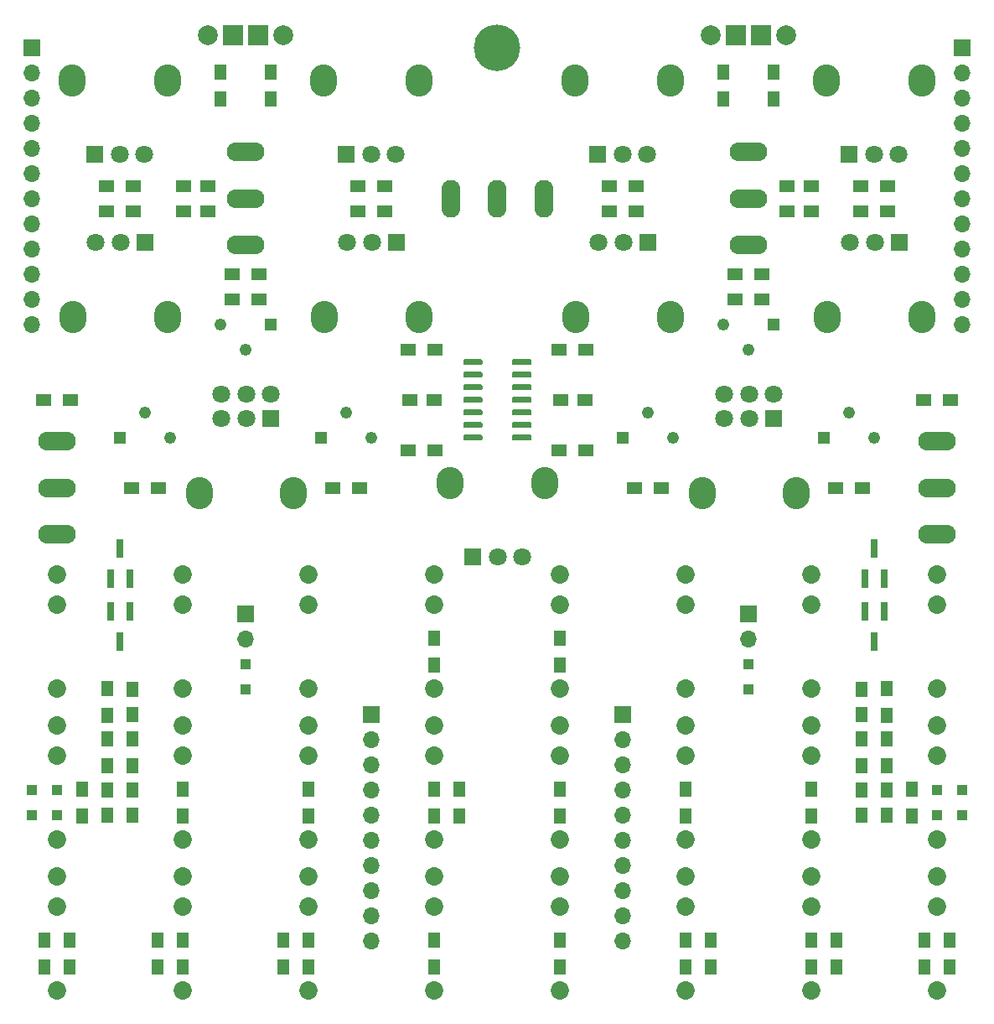
<source format=gbr>
G04 #@! TF.GenerationSoftware,KiCad,Pcbnew,(5.1.5)-3*
G04 #@! TF.CreationDate,2020-05-10T02:07:48-05:00*
G04 #@! TF.ProjectId,Miasma_IO_smd,4d696173-6d61-45f4-994f-5f736d642e6b,rev?*
G04 #@! TF.SameCoordinates,Original*
G04 #@! TF.FileFunction,Soldermask,Bot*
G04 #@! TF.FilePolarity,Negative*
%FSLAX46Y46*%
G04 Gerber Fmt 4.6, Leading zero omitted, Abs format (unit mm)*
G04 Created by KiCad (PCBNEW (5.1.5)-3) date 2020-05-10 02:07:48*
%MOMM*%
%LPD*%
G04 APERTURE LIST*
%ADD10O,3.810000X1.905000*%
%ADD11O,1.905000X3.810000*%
%ADD12R,0.800000X1.900000*%
%ADD13R,1.222000X1.222000*%
%ADD14C,1.222000*%
%ADD15C,1.853200*%
%ADD16C,1.800000*%
%ADD17O,2.720000X3.240000*%
%ADD18R,1.800000X1.800000*%
%ADD19O,1.700000X1.700000*%
%ADD20R,1.700000X1.700000*%
%ADD21R,1.000000X1.000000*%
%ADD22C,0.100000*%
%ADD23R,2.000000X2.000000*%
%ADD24C,2.000000*%
%ADD25C,4.700000*%
%ADD26R,1.500000X1.300000*%
%ADD27R,1.300000X1.500000*%
%ADD28R,1.250000X1.500000*%
%ADD29R,1.500000X1.250000*%
G04 APERTURE END LIST*
D10*
X101600000Y-98170000D03*
X101600000Y-107569000D03*
X101600000Y-102870000D03*
X190500000Y-98170000D03*
X190500000Y-107569000D03*
X190500000Y-102870000D03*
X120650000Y-68960000D03*
X120650000Y-78359000D03*
X120650000Y-73660000D03*
X171450000Y-68960000D03*
X171450000Y-78359000D03*
X171450000Y-73660000D03*
D11*
X150750000Y-73660000D03*
X141351000Y-73660000D03*
X146050000Y-73660000D03*
D12*
X184150000Y-108990000D03*
X183200000Y-111990000D03*
X185100000Y-111990000D03*
X184150000Y-118340000D03*
X185100000Y-115340000D03*
X183200000Y-115340000D03*
X107950000Y-118340000D03*
X108900000Y-115340000D03*
X107000000Y-115340000D03*
X107950000Y-108990000D03*
X107000000Y-111990000D03*
X108900000Y-111990000D03*
D13*
X173990000Y-86360000D03*
D14*
X171450000Y-88900000D03*
X168910000Y-86360000D03*
D13*
X123190000Y-86360000D03*
D14*
X120650000Y-88900000D03*
X118110000Y-86360000D03*
D13*
X158750000Y-97790000D03*
D14*
X161290000Y-95250000D03*
X163830000Y-97790000D03*
D13*
X107950000Y-97790000D03*
D14*
X110490000Y-95250000D03*
X113030000Y-97790000D03*
D13*
X179070000Y-97790000D03*
D14*
X181610000Y-95250000D03*
X184150000Y-97790000D03*
D13*
X128270000Y-97790000D03*
D14*
X130810000Y-95250000D03*
X133350000Y-97790000D03*
D15*
X190500000Y-126850000D03*
X190500000Y-129850000D03*
X190500000Y-138350000D03*
X101600000Y-126850000D03*
X101600000Y-129850000D03*
X101600000Y-138350000D03*
X165100000Y-111610000D03*
X165100000Y-114610000D03*
X165100000Y-123110000D03*
X114300000Y-111610000D03*
X114300000Y-114610000D03*
X114300000Y-123110000D03*
X165100000Y-142090000D03*
X165100000Y-145090000D03*
X165100000Y-153590000D03*
X114300000Y-142090000D03*
X114300000Y-145090000D03*
X114300000Y-153590000D03*
X152400000Y-142090000D03*
X152400000Y-145090000D03*
X152400000Y-153590000D03*
X139700000Y-142090000D03*
X139700000Y-145090000D03*
X139700000Y-153590000D03*
X139700000Y-111610000D03*
X139700000Y-114610000D03*
X139700000Y-123110000D03*
X152400000Y-111610000D03*
X152400000Y-114610000D03*
X152400000Y-123110000D03*
X139700000Y-126850000D03*
X139700000Y-129850000D03*
X139700000Y-138350000D03*
X177800000Y-126850000D03*
X177800000Y-129850000D03*
X177800000Y-138350000D03*
X114300000Y-126850000D03*
X114300000Y-129850000D03*
X114300000Y-138350000D03*
X177800000Y-111610000D03*
X177800000Y-114610000D03*
X177800000Y-123110000D03*
X127000000Y-111610000D03*
X127000000Y-114610000D03*
X127000000Y-123110000D03*
X177800000Y-142090000D03*
X177800000Y-145090000D03*
X177800000Y-153590000D03*
X127000000Y-142090000D03*
X127000000Y-145090000D03*
X127000000Y-153590000D03*
X190500000Y-111610000D03*
X190500000Y-114610000D03*
X190500000Y-123110000D03*
X101600000Y-111610000D03*
X101600000Y-114610000D03*
X101600000Y-123110000D03*
X190500000Y-142090000D03*
X190500000Y-145090000D03*
X190500000Y-153590000D03*
X101600000Y-142090000D03*
X101600000Y-145090000D03*
X101600000Y-153590000D03*
X165100000Y-126850000D03*
X165100000Y-129850000D03*
X165100000Y-138350000D03*
X127000000Y-126850000D03*
X127000000Y-129850000D03*
X127000000Y-138350000D03*
X152400000Y-126850000D03*
X152400000Y-129850000D03*
X152400000Y-138350000D03*
D16*
X173990000Y-93385000D03*
X171490000Y-93385000D03*
X168990000Y-93385000D03*
D17*
X176240000Y-103385000D03*
X166740000Y-103385000D03*
D16*
X168990000Y-95885000D03*
X171490000Y-95885000D03*
D18*
X173990000Y-95885000D03*
D16*
X123190000Y-93385000D03*
X120690000Y-93385000D03*
X118190000Y-93385000D03*
D17*
X125440000Y-103385000D03*
X115940000Y-103385000D03*
D16*
X118190000Y-95885000D03*
X120690000Y-95885000D03*
D18*
X123190000Y-95885000D03*
D17*
X153910000Y-61715000D03*
X163510000Y-61715000D03*
D16*
X161210000Y-69215000D03*
X158710000Y-69215000D03*
D18*
X156210000Y-69215000D03*
D17*
X103110000Y-61715000D03*
X112710000Y-61715000D03*
D16*
X110410000Y-69215000D03*
X107910000Y-69215000D03*
D18*
X105410000Y-69215000D03*
D17*
X163590000Y-85605000D03*
X153990000Y-85605000D03*
D16*
X156290000Y-78105000D03*
X158790000Y-78105000D03*
D18*
X161290000Y-78105000D03*
D17*
X112790000Y-85605000D03*
X103190000Y-85605000D03*
D16*
X105490000Y-78105000D03*
X107990000Y-78105000D03*
D18*
X110490000Y-78105000D03*
D17*
X179310000Y-61715000D03*
X188910000Y-61715000D03*
D16*
X186610000Y-69215000D03*
X184110000Y-69215000D03*
D18*
X181610000Y-69215000D03*
D17*
X128510000Y-61715000D03*
X138110000Y-61715000D03*
D16*
X135810000Y-69215000D03*
X133310000Y-69215000D03*
D18*
X130810000Y-69215000D03*
D17*
X188990000Y-85605000D03*
X179390000Y-85605000D03*
D16*
X181690000Y-78105000D03*
X184190000Y-78105000D03*
D18*
X186690000Y-78105000D03*
D17*
X138190000Y-85605000D03*
X128590000Y-85605000D03*
D16*
X130890000Y-78105000D03*
X133390000Y-78105000D03*
D18*
X135890000Y-78105000D03*
D17*
X141290000Y-102355000D03*
X150890000Y-102355000D03*
D16*
X148590000Y-109855000D03*
X146090000Y-109855000D03*
D18*
X143590000Y-109855000D03*
D19*
X171450000Y-118110000D03*
D20*
X171450000Y-115570000D03*
D19*
X120650000Y-118110000D03*
D20*
X120650000Y-115570000D03*
D21*
X171450000Y-123170000D03*
X171450000Y-120670000D03*
X120650000Y-123170000D03*
X120650000Y-120670000D03*
D22*
G36*
X149364703Y-97490722D02*
G01*
X149379264Y-97492882D01*
X149393543Y-97496459D01*
X149407403Y-97501418D01*
X149420710Y-97507712D01*
X149433336Y-97515280D01*
X149445159Y-97524048D01*
X149456066Y-97533934D01*
X149465952Y-97544841D01*
X149474720Y-97556664D01*
X149482288Y-97569290D01*
X149488582Y-97582597D01*
X149493541Y-97596457D01*
X149497118Y-97610736D01*
X149499278Y-97625297D01*
X149500000Y-97640000D01*
X149500000Y-97940000D01*
X149499278Y-97954703D01*
X149497118Y-97969264D01*
X149493541Y-97983543D01*
X149488582Y-97997403D01*
X149482288Y-98010710D01*
X149474720Y-98023336D01*
X149465952Y-98035159D01*
X149456066Y-98046066D01*
X149445159Y-98055952D01*
X149433336Y-98064720D01*
X149420710Y-98072288D01*
X149407403Y-98078582D01*
X149393543Y-98083541D01*
X149379264Y-98087118D01*
X149364703Y-98089278D01*
X149350000Y-98090000D01*
X147700000Y-98090000D01*
X147685297Y-98089278D01*
X147670736Y-98087118D01*
X147656457Y-98083541D01*
X147642597Y-98078582D01*
X147629290Y-98072288D01*
X147616664Y-98064720D01*
X147604841Y-98055952D01*
X147593934Y-98046066D01*
X147584048Y-98035159D01*
X147575280Y-98023336D01*
X147567712Y-98010710D01*
X147561418Y-97997403D01*
X147556459Y-97983543D01*
X147552882Y-97969264D01*
X147550722Y-97954703D01*
X147550000Y-97940000D01*
X147550000Y-97640000D01*
X147550722Y-97625297D01*
X147552882Y-97610736D01*
X147556459Y-97596457D01*
X147561418Y-97582597D01*
X147567712Y-97569290D01*
X147575280Y-97556664D01*
X147584048Y-97544841D01*
X147593934Y-97533934D01*
X147604841Y-97524048D01*
X147616664Y-97515280D01*
X147629290Y-97507712D01*
X147642597Y-97501418D01*
X147656457Y-97496459D01*
X147670736Y-97492882D01*
X147685297Y-97490722D01*
X147700000Y-97490000D01*
X149350000Y-97490000D01*
X149364703Y-97490722D01*
G37*
G36*
X149364703Y-96220722D02*
G01*
X149379264Y-96222882D01*
X149393543Y-96226459D01*
X149407403Y-96231418D01*
X149420710Y-96237712D01*
X149433336Y-96245280D01*
X149445159Y-96254048D01*
X149456066Y-96263934D01*
X149465952Y-96274841D01*
X149474720Y-96286664D01*
X149482288Y-96299290D01*
X149488582Y-96312597D01*
X149493541Y-96326457D01*
X149497118Y-96340736D01*
X149499278Y-96355297D01*
X149500000Y-96370000D01*
X149500000Y-96670000D01*
X149499278Y-96684703D01*
X149497118Y-96699264D01*
X149493541Y-96713543D01*
X149488582Y-96727403D01*
X149482288Y-96740710D01*
X149474720Y-96753336D01*
X149465952Y-96765159D01*
X149456066Y-96776066D01*
X149445159Y-96785952D01*
X149433336Y-96794720D01*
X149420710Y-96802288D01*
X149407403Y-96808582D01*
X149393543Y-96813541D01*
X149379264Y-96817118D01*
X149364703Y-96819278D01*
X149350000Y-96820000D01*
X147700000Y-96820000D01*
X147685297Y-96819278D01*
X147670736Y-96817118D01*
X147656457Y-96813541D01*
X147642597Y-96808582D01*
X147629290Y-96802288D01*
X147616664Y-96794720D01*
X147604841Y-96785952D01*
X147593934Y-96776066D01*
X147584048Y-96765159D01*
X147575280Y-96753336D01*
X147567712Y-96740710D01*
X147561418Y-96727403D01*
X147556459Y-96713543D01*
X147552882Y-96699264D01*
X147550722Y-96684703D01*
X147550000Y-96670000D01*
X147550000Y-96370000D01*
X147550722Y-96355297D01*
X147552882Y-96340736D01*
X147556459Y-96326457D01*
X147561418Y-96312597D01*
X147567712Y-96299290D01*
X147575280Y-96286664D01*
X147584048Y-96274841D01*
X147593934Y-96263934D01*
X147604841Y-96254048D01*
X147616664Y-96245280D01*
X147629290Y-96237712D01*
X147642597Y-96231418D01*
X147656457Y-96226459D01*
X147670736Y-96222882D01*
X147685297Y-96220722D01*
X147700000Y-96220000D01*
X149350000Y-96220000D01*
X149364703Y-96220722D01*
G37*
G36*
X149364703Y-94950722D02*
G01*
X149379264Y-94952882D01*
X149393543Y-94956459D01*
X149407403Y-94961418D01*
X149420710Y-94967712D01*
X149433336Y-94975280D01*
X149445159Y-94984048D01*
X149456066Y-94993934D01*
X149465952Y-95004841D01*
X149474720Y-95016664D01*
X149482288Y-95029290D01*
X149488582Y-95042597D01*
X149493541Y-95056457D01*
X149497118Y-95070736D01*
X149499278Y-95085297D01*
X149500000Y-95100000D01*
X149500000Y-95400000D01*
X149499278Y-95414703D01*
X149497118Y-95429264D01*
X149493541Y-95443543D01*
X149488582Y-95457403D01*
X149482288Y-95470710D01*
X149474720Y-95483336D01*
X149465952Y-95495159D01*
X149456066Y-95506066D01*
X149445159Y-95515952D01*
X149433336Y-95524720D01*
X149420710Y-95532288D01*
X149407403Y-95538582D01*
X149393543Y-95543541D01*
X149379264Y-95547118D01*
X149364703Y-95549278D01*
X149350000Y-95550000D01*
X147700000Y-95550000D01*
X147685297Y-95549278D01*
X147670736Y-95547118D01*
X147656457Y-95543541D01*
X147642597Y-95538582D01*
X147629290Y-95532288D01*
X147616664Y-95524720D01*
X147604841Y-95515952D01*
X147593934Y-95506066D01*
X147584048Y-95495159D01*
X147575280Y-95483336D01*
X147567712Y-95470710D01*
X147561418Y-95457403D01*
X147556459Y-95443543D01*
X147552882Y-95429264D01*
X147550722Y-95414703D01*
X147550000Y-95400000D01*
X147550000Y-95100000D01*
X147550722Y-95085297D01*
X147552882Y-95070736D01*
X147556459Y-95056457D01*
X147561418Y-95042597D01*
X147567712Y-95029290D01*
X147575280Y-95016664D01*
X147584048Y-95004841D01*
X147593934Y-94993934D01*
X147604841Y-94984048D01*
X147616664Y-94975280D01*
X147629290Y-94967712D01*
X147642597Y-94961418D01*
X147656457Y-94956459D01*
X147670736Y-94952882D01*
X147685297Y-94950722D01*
X147700000Y-94950000D01*
X149350000Y-94950000D01*
X149364703Y-94950722D01*
G37*
G36*
X149364703Y-93680722D02*
G01*
X149379264Y-93682882D01*
X149393543Y-93686459D01*
X149407403Y-93691418D01*
X149420710Y-93697712D01*
X149433336Y-93705280D01*
X149445159Y-93714048D01*
X149456066Y-93723934D01*
X149465952Y-93734841D01*
X149474720Y-93746664D01*
X149482288Y-93759290D01*
X149488582Y-93772597D01*
X149493541Y-93786457D01*
X149497118Y-93800736D01*
X149499278Y-93815297D01*
X149500000Y-93830000D01*
X149500000Y-94130000D01*
X149499278Y-94144703D01*
X149497118Y-94159264D01*
X149493541Y-94173543D01*
X149488582Y-94187403D01*
X149482288Y-94200710D01*
X149474720Y-94213336D01*
X149465952Y-94225159D01*
X149456066Y-94236066D01*
X149445159Y-94245952D01*
X149433336Y-94254720D01*
X149420710Y-94262288D01*
X149407403Y-94268582D01*
X149393543Y-94273541D01*
X149379264Y-94277118D01*
X149364703Y-94279278D01*
X149350000Y-94280000D01*
X147700000Y-94280000D01*
X147685297Y-94279278D01*
X147670736Y-94277118D01*
X147656457Y-94273541D01*
X147642597Y-94268582D01*
X147629290Y-94262288D01*
X147616664Y-94254720D01*
X147604841Y-94245952D01*
X147593934Y-94236066D01*
X147584048Y-94225159D01*
X147575280Y-94213336D01*
X147567712Y-94200710D01*
X147561418Y-94187403D01*
X147556459Y-94173543D01*
X147552882Y-94159264D01*
X147550722Y-94144703D01*
X147550000Y-94130000D01*
X147550000Y-93830000D01*
X147550722Y-93815297D01*
X147552882Y-93800736D01*
X147556459Y-93786457D01*
X147561418Y-93772597D01*
X147567712Y-93759290D01*
X147575280Y-93746664D01*
X147584048Y-93734841D01*
X147593934Y-93723934D01*
X147604841Y-93714048D01*
X147616664Y-93705280D01*
X147629290Y-93697712D01*
X147642597Y-93691418D01*
X147656457Y-93686459D01*
X147670736Y-93682882D01*
X147685297Y-93680722D01*
X147700000Y-93680000D01*
X149350000Y-93680000D01*
X149364703Y-93680722D01*
G37*
G36*
X149364703Y-92410722D02*
G01*
X149379264Y-92412882D01*
X149393543Y-92416459D01*
X149407403Y-92421418D01*
X149420710Y-92427712D01*
X149433336Y-92435280D01*
X149445159Y-92444048D01*
X149456066Y-92453934D01*
X149465952Y-92464841D01*
X149474720Y-92476664D01*
X149482288Y-92489290D01*
X149488582Y-92502597D01*
X149493541Y-92516457D01*
X149497118Y-92530736D01*
X149499278Y-92545297D01*
X149500000Y-92560000D01*
X149500000Y-92860000D01*
X149499278Y-92874703D01*
X149497118Y-92889264D01*
X149493541Y-92903543D01*
X149488582Y-92917403D01*
X149482288Y-92930710D01*
X149474720Y-92943336D01*
X149465952Y-92955159D01*
X149456066Y-92966066D01*
X149445159Y-92975952D01*
X149433336Y-92984720D01*
X149420710Y-92992288D01*
X149407403Y-92998582D01*
X149393543Y-93003541D01*
X149379264Y-93007118D01*
X149364703Y-93009278D01*
X149350000Y-93010000D01*
X147700000Y-93010000D01*
X147685297Y-93009278D01*
X147670736Y-93007118D01*
X147656457Y-93003541D01*
X147642597Y-92998582D01*
X147629290Y-92992288D01*
X147616664Y-92984720D01*
X147604841Y-92975952D01*
X147593934Y-92966066D01*
X147584048Y-92955159D01*
X147575280Y-92943336D01*
X147567712Y-92930710D01*
X147561418Y-92917403D01*
X147556459Y-92903543D01*
X147552882Y-92889264D01*
X147550722Y-92874703D01*
X147550000Y-92860000D01*
X147550000Y-92560000D01*
X147550722Y-92545297D01*
X147552882Y-92530736D01*
X147556459Y-92516457D01*
X147561418Y-92502597D01*
X147567712Y-92489290D01*
X147575280Y-92476664D01*
X147584048Y-92464841D01*
X147593934Y-92453934D01*
X147604841Y-92444048D01*
X147616664Y-92435280D01*
X147629290Y-92427712D01*
X147642597Y-92421418D01*
X147656457Y-92416459D01*
X147670736Y-92412882D01*
X147685297Y-92410722D01*
X147700000Y-92410000D01*
X149350000Y-92410000D01*
X149364703Y-92410722D01*
G37*
G36*
X149364703Y-91140722D02*
G01*
X149379264Y-91142882D01*
X149393543Y-91146459D01*
X149407403Y-91151418D01*
X149420710Y-91157712D01*
X149433336Y-91165280D01*
X149445159Y-91174048D01*
X149456066Y-91183934D01*
X149465952Y-91194841D01*
X149474720Y-91206664D01*
X149482288Y-91219290D01*
X149488582Y-91232597D01*
X149493541Y-91246457D01*
X149497118Y-91260736D01*
X149499278Y-91275297D01*
X149500000Y-91290000D01*
X149500000Y-91590000D01*
X149499278Y-91604703D01*
X149497118Y-91619264D01*
X149493541Y-91633543D01*
X149488582Y-91647403D01*
X149482288Y-91660710D01*
X149474720Y-91673336D01*
X149465952Y-91685159D01*
X149456066Y-91696066D01*
X149445159Y-91705952D01*
X149433336Y-91714720D01*
X149420710Y-91722288D01*
X149407403Y-91728582D01*
X149393543Y-91733541D01*
X149379264Y-91737118D01*
X149364703Y-91739278D01*
X149350000Y-91740000D01*
X147700000Y-91740000D01*
X147685297Y-91739278D01*
X147670736Y-91737118D01*
X147656457Y-91733541D01*
X147642597Y-91728582D01*
X147629290Y-91722288D01*
X147616664Y-91714720D01*
X147604841Y-91705952D01*
X147593934Y-91696066D01*
X147584048Y-91685159D01*
X147575280Y-91673336D01*
X147567712Y-91660710D01*
X147561418Y-91647403D01*
X147556459Y-91633543D01*
X147552882Y-91619264D01*
X147550722Y-91604703D01*
X147550000Y-91590000D01*
X147550000Y-91290000D01*
X147550722Y-91275297D01*
X147552882Y-91260736D01*
X147556459Y-91246457D01*
X147561418Y-91232597D01*
X147567712Y-91219290D01*
X147575280Y-91206664D01*
X147584048Y-91194841D01*
X147593934Y-91183934D01*
X147604841Y-91174048D01*
X147616664Y-91165280D01*
X147629290Y-91157712D01*
X147642597Y-91151418D01*
X147656457Y-91146459D01*
X147670736Y-91142882D01*
X147685297Y-91140722D01*
X147700000Y-91140000D01*
X149350000Y-91140000D01*
X149364703Y-91140722D01*
G37*
G36*
X149364703Y-89870722D02*
G01*
X149379264Y-89872882D01*
X149393543Y-89876459D01*
X149407403Y-89881418D01*
X149420710Y-89887712D01*
X149433336Y-89895280D01*
X149445159Y-89904048D01*
X149456066Y-89913934D01*
X149465952Y-89924841D01*
X149474720Y-89936664D01*
X149482288Y-89949290D01*
X149488582Y-89962597D01*
X149493541Y-89976457D01*
X149497118Y-89990736D01*
X149499278Y-90005297D01*
X149500000Y-90020000D01*
X149500000Y-90320000D01*
X149499278Y-90334703D01*
X149497118Y-90349264D01*
X149493541Y-90363543D01*
X149488582Y-90377403D01*
X149482288Y-90390710D01*
X149474720Y-90403336D01*
X149465952Y-90415159D01*
X149456066Y-90426066D01*
X149445159Y-90435952D01*
X149433336Y-90444720D01*
X149420710Y-90452288D01*
X149407403Y-90458582D01*
X149393543Y-90463541D01*
X149379264Y-90467118D01*
X149364703Y-90469278D01*
X149350000Y-90470000D01*
X147700000Y-90470000D01*
X147685297Y-90469278D01*
X147670736Y-90467118D01*
X147656457Y-90463541D01*
X147642597Y-90458582D01*
X147629290Y-90452288D01*
X147616664Y-90444720D01*
X147604841Y-90435952D01*
X147593934Y-90426066D01*
X147584048Y-90415159D01*
X147575280Y-90403336D01*
X147567712Y-90390710D01*
X147561418Y-90377403D01*
X147556459Y-90363543D01*
X147552882Y-90349264D01*
X147550722Y-90334703D01*
X147550000Y-90320000D01*
X147550000Y-90020000D01*
X147550722Y-90005297D01*
X147552882Y-89990736D01*
X147556459Y-89976457D01*
X147561418Y-89962597D01*
X147567712Y-89949290D01*
X147575280Y-89936664D01*
X147584048Y-89924841D01*
X147593934Y-89913934D01*
X147604841Y-89904048D01*
X147616664Y-89895280D01*
X147629290Y-89887712D01*
X147642597Y-89881418D01*
X147656457Y-89876459D01*
X147670736Y-89872882D01*
X147685297Y-89870722D01*
X147700000Y-89870000D01*
X149350000Y-89870000D01*
X149364703Y-89870722D01*
G37*
G36*
X144414703Y-89870722D02*
G01*
X144429264Y-89872882D01*
X144443543Y-89876459D01*
X144457403Y-89881418D01*
X144470710Y-89887712D01*
X144483336Y-89895280D01*
X144495159Y-89904048D01*
X144506066Y-89913934D01*
X144515952Y-89924841D01*
X144524720Y-89936664D01*
X144532288Y-89949290D01*
X144538582Y-89962597D01*
X144543541Y-89976457D01*
X144547118Y-89990736D01*
X144549278Y-90005297D01*
X144550000Y-90020000D01*
X144550000Y-90320000D01*
X144549278Y-90334703D01*
X144547118Y-90349264D01*
X144543541Y-90363543D01*
X144538582Y-90377403D01*
X144532288Y-90390710D01*
X144524720Y-90403336D01*
X144515952Y-90415159D01*
X144506066Y-90426066D01*
X144495159Y-90435952D01*
X144483336Y-90444720D01*
X144470710Y-90452288D01*
X144457403Y-90458582D01*
X144443543Y-90463541D01*
X144429264Y-90467118D01*
X144414703Y-90469278D01*
X144400000Y-90470000D01*
X142750000Y-90470000D01*
X142735297Y-90469278D01*
X142720736Y-90467118D01*
X142706457Y-90463541D01*
X142692597Y-90458582D01*
X142679290Y-90452288D01*
X142666664Y-90444720D01*
X142654841Y-90435952D01*
X142643934Y-90426066D01*
X142634048Y-90415159D01*
X142625280Y-90403336D01*
X142617712Y-90390710D01*
X142611418Y-90377403D01*
X142606459Y-90363543D01*
X142602882Y-90349264D01*
X142600722Y-90334703D01*
X142600000Y-90320000D01*
X142600000Y-90020000D01*
X142600722Y-90005297D01*
X142602882Y-89990736D01*
X142606459Y-89976457D01*
X142611418Y-89962597D01*
X142617712Y-89949290D01*
X142625280Y-89936664D01*
X142634048Y-89924841D01*
X142643934Y-89913934D01*
X142654841Y-89904048D01*
X142666664Y-89895280D01*
X142679290Y-89887712D01*
X142692597Y-89881418D01*
X142706457Y-89876459D01*
X142720736Y-89872882D01*
X142735297Y-89870722D01*
X142750000Y-89870000D01*
X144400000Y-89870000D01*
X144414703Y-89870722D01*
G37*
G36*
X144414703Y-91140722D02*
G01*
X144429264Y-91142882D01*
X144443543Y-91146459D01*
X144457403Y-91151418D01*
X144470710Y-91157712D01*
X144483336Y-91165280D01*
X144495159Y-91174048D01*
X144506066Y-91183934D01*
X144515952Y-91194841D01*
X144524720Y-91206664D01*
X144532288Y-91219290D01*
X144538582Y-91232597D01*
X144543541Y-91246457D01*
X144547118Y-91260736D01*
X144549278Y-91275297D01*
X144550000Y-91290000D01*
X144550000Y-91590000D01*
X144549278Y-91604703D01*
X144547118Y-91619264D01*
X144543541Y-91633543D01*
X144538582Y-91647403D01*
X144532288Y-91660710D01*
X144524720Y-91673336D01*
X144515952Y-91685159D01*
X144506066Y-91696066D01*
X144495159Y-91705952D01*
X144483336Y-91714720D01*
X144470710Y-91722288D01*
X144457403Y-91728582D01*
X144443543Y-91733541D01*
X144429264Y-91737118D01*
X144414703Y-91739278D01*
X144400000Y-91740000D01*
X142750000Y-91740000D01*
X142735297Y-91739278D01*
X142720736Y-91737118D01*
X142706457Y-91733541D01*
X142692597Y-91728582D01*
X142679290Y-91722288D01*
X142666664Y-91714720D01*
X142654841Y-91705952D01*
X142643934Y-91696066D01*
X142634048Y-91685159D01*
X142625280Y-91673336D01*
X142617712Y-91660710D01*
X142611418Y-91647403D01*
X142606459Y-91633543D01*
X142602882Y-91619264D01*
X142600722Y-91604703D01*
X142600000Y-91590000D01*
X142600000Y-91290000D01*
X142600722Y-91275297D01*
X142602882Y-91260736D01*
X142606459Y-91246457D01*
X142611418Y-91232597D01*
X142617712Y-91219290D01*
X142625280Y-91206664D01*
X142634048Y-91194841D01*
X142643934Y-91183934D01*
X142654841Y-91174048D01*
X142666664Y-91165280D01*
X142679290Y-91157712D01*
X142692597Y-91151418D01*
X142706457Y-91146459D01*
X142720736Y-91142882D01*
X142735297Y-91140722D01*
X142750000Y-91140000D01*
X144400000Y-91140000D01*
X144414703Y-91140722D01*
G37*
G36*
X144414703Y-92410722D02*
G01*
X144429264Y-92412882D01*
X144443543Y-92416459D01*
X144457403Y-92421418D01*
X144470710Y-92427712D01*
X144483336Y-92435280D01*
X144495159Y-92444048D01*
X144506066Y-92453934D01*
X144515952Y-92464841D01*
X144524720Y-92476664D01*
X144532288Y-92489290D01*
X144538582Y-92502597D01*
X144543541Y-92516457D01*
X144547118Y-92530736D01*
X144549278Y-92545297D01*
X144550000Y-92560000D01*
X144550000Y-92860000D01*
X144549278Y-92874703D01*
X144547118Y-92889264D01*
X144543541Y-92903543D01*
X144538582Y-92917403D01*
X144532288Y-92930710D01*
X144524720Y-92943336D01*
X144515952Y-92955159D01*
X144506066Y-92966066D01*
X144495159Y-92975952D01*
X144483336Y-92984720D01*
X144470710Y-92992288D01*
X144457403Y-92998582D01*
X144443543Y-93003541D01*
X144429264Y-93007118D01*
X144414703Y-93009278D01*
X144400000Y-93010000D01*
X142750000Y-93010000D01*
X142735297Y-93009278D01*
X142720736Y-93007118D01*
X142706457Y-93003541D01*
X142692597Y-92998582D01*
X142679290Y-92992288D01*
X142666664Y-92984720D01*
X142654841Y-92975952D01*
X142643934Y-92966066D01*
X142634048Y-92955159D01*
X142625280Y-92943336D01*
X142617712Y-92930710D01*
X142611418Y-92917403D01*
X142606459Y-92903543D01*
X142602882Y-92889264D01*
X142600722Y-92874703D01*
X142600000Y-92860000D01*
X142600000Y-92560000D01*
X142600722Y-92545297D01*
X142602882Y-92530736D01*
X142606459Y-92516457D01*
X142611418Y-92502597D01*
X142617712Y-92489290D01*
X142625280Y-92476664D01*
X142634048Y-92464841D01*
X142643934Y-92453934D01*
X142654841Y-92444048D01*
X142666664Y-92435280D01*
X142679290Y-92427712D01*
X142692597Y-92421418D01*
X142706457Y-92416459D01*
X142720736Y-92412882D01*
X142735297Y-92410722D01*
X142750000Y-92410000D01*
X144400000Y-92410000D01*
X144414703Y-92410722D01*
G37*
G36*
X144414703Y-93680722D02*
G01*
X144429264Y-93682882D01*
X144443543Y-93686459D01*
X144457403Y-93691418D01*
X144470710Y-93697712D01*
X144483336Y-93705280D01*
X144495159Y-93714048D01*
X144506066Y-93723934D01*
X144515952Y-93734841D01*
X144524720Y-93746664D01*
X144532288Y-93759290D01*
X144538582Y-93772597D01*
X144543541Y-93786457D01*
X144547118Y-93800736D01*
X144549278Y-93815297D01*
X144550000Y-93830000D01*
X144550000Y-94130000D01*
X144549278Y-94144703D01*
X144547118Y-94159264D01*
X144543541Y-94173543D01*
X144538582Y-94187403D01*
X144532288Y-94200710D01*
X144524720Y-94213336D01*
X144515952Y-94225159D01*
X144506066Y-94236066D01*
X144495159Y-94245952D01*
X144483336Y-94254720D01*
X144470710Y-94262288D01*
X144457403Y-94268582D01*
X144443543Y-94273541D01*
X144429264Y-94277118D01*
X144414703Y-94279278D01*
X144400000Y-94280000D01*
X142750000Y-94280000D01*
X142735297Y-94279278D01*
X142720736Y-94277118D01*
X142706457Y-94273541D01*
X142692597Y-94268582D01*
X142679290Y-94262288D01*
X142666664Y-94254720D01*
X142654841Y-94245952D01*
X142643934Y-94236066D01*
X142634048Y-94225159D01*
X142625280Y-94213336D01*
X142617712Y-94200710D01*
X142611418Y-94187403D01*
X142606459Y-94173543D01*
X142602882Y-94159264D01*
X142600722Y-94144703D01*
X142600000Y-94130000D01*
X142600000Y-93830000D01*
X142600722Y-93815297D01*
X142602882Y-93800736D01*
X142606459Y-93786457D01*
X142611418Y-93772597D01*
X142617712Y-93759290D01*
X142625280Y-93746664D01*
X142634048Y-93734841D01*
X142643934Y-93723934D01*
X142654841Y-93714048D01*
X142666664Y-93705280D01*
X142679290Y-93697712D01*
X142692597Y-93691418D01*
X142706457Y-93686459D01*
X142720736Y-93682882D01*
X142735297Y-93680722D01*
X142750000Y-93680000D01*
X144400000Y-93680000D01*
X144414703Y-93680722D01*
G37*
G36*
X144414703Y-94950722D02*
G01*
X144429264Y-94952882D01*
X144443543Y-94956459D01*
X144457403Y-94961418D01*
X144470710Y-94967712D01*
X144483336Y-94975280D01*
X144495159Y-94984048D01*
X144506066Y-94993934D01*
X144515952Y-95004841D01*
X144524720Y-95016664D01*
X144532288Y-95029290D01*
X144538582Y-95042597D01*
X144543541Y-95056457D01*
X144547118Y-95070736D01*
X144549278Y-95085297D01*
X144550000Y-95100000D01*
X144550000Y-95400000D01*
X144549278Y-95414703D01*
X144547118Y-95429264D01*
X144543541Y-95443543D01*
X144538582Y-95457403D01*
X144532288Y-95470710D01*
X144524720Y-95483336D01*
X144515952Y-95495159D01*
X144506066Y-95506066D01*
X144495159Y-95515952D01*
X144483336Y-95524720D01*
X144470710Y-95532288D01*
X144457403Y-95538582D01*
X144443543Y-95543541D01*
X144429264Y-95547118D01*
X144414703Y-95549278D01*
X144400000Y-95550000D01*
X142750000Y-95550000D01*
X142735297Y-95549278D01*
X142720736Y-95547118D01*
X142706457Y-95543541D01*
X142692597Y-95538582D01*
X142679290Y-95532288D01*
X142666664Y-95524720D01*
X142654841Y-95515952D01*
X142643934Y-95506066D01*
X142634048Y-95495159D01*
X142625280Y-95483336D01*
X142617712Y-95470710D01*
X142611418Y-95457403D01*
X142606459Y-95443543D01*
X142602882Y-95429264D01*
X142600722Y-95414703D01*
X142600000Y-95400000D01*
X142600000Y-95100000D01*
X142600722Y-95085297D01*
X142602882Y-95070736D01*
X142606459Y-95056457D01*
X142611418Y-95042597D01*
X142617712Y-95029290D01*
X142625280Y-95016664D01*
X142634048Y-95004841D01*
X142643934Y-94993934D01*
X142654841Y-94984048D01*
X142666664Y-94975280D01*
X142679290Y-94967712D01*
X142692597Y-94961418D01*
X142706457Y-94956459D01*
X142720736Y-94952882D01*
X142735297Y-94950722D01*
X142750000Y-94950000D01*
X144400000Y-94950000D01*
X144414703Y-94950722D01*
G37*
G36*
X144414703Y-96220722D02*
G01*
X144429264Y-96222882D01*
X144443543Y-96226459D01*
X144457403Y-96231418D01*
X144470710Y-96237712D01*
X144483336Y-96245280D01*
X144495159Y-96254048D01*
X144506066Y-96263934D01*
X144515952Y-96274841D01*
X144524720Y-96286664D01*
X144532288Y-96299290D01*
X144538582Y-96312597D01*
X144543541Y-96326457D01*
X144547118Y-96340736D01*
X144549278Y-96355297D01*
X144550000Y-96370000D01*
X144550000Y-96670000D01*
X144549278Y-96684703D01*
X144547118Y-96699264D01*
X144543541Y-96713543D01*
X144538582Y-96727403D01*
X144532288Y-96740710D01*
X144524720Y-96753336D01*
X144515952Y-96765159D01*
X144506066Y-96776066D01*
X144495159Y-96785952D01*
X144483336Y-96794720D01*
X144470710Y-96802288D01*
X144457403Y-96808582D01*
X144443543Y-96813541D01*
X144429264Y-96817118D01*
X144414703Y-96819278D01*
X144400000Y-96820000D01*
X142750000Y-96820000D01*
X142735297Y-96819278D01*
X142720736Y-96817118D01*
X142706457Y-96813541D01*
X142692597Y-96808582D01*
X142679290Y-96802288D01*
X142666664Y-96794720D01*
X142654841Y-96785952D01*
X142643934Y-96776066D01*
X142634048Y-96765159D01*
X142625280Y-96753336D01*
X142617712Y-96740710D01*
X142611418Y-96727403D01*
X142606459Y-96713543D01*
X142602882Y-96699264D01*
X142600722Y-96684703D01*
X142600000Y-96670000D01*
X142600000Y-96370000D01*
X142600722Y-96355297D01*
X142602882Y-96340736D01*
X142606459Y-96326457D01*
X142611418Y-96312597D01*
X142617712Y-96299290D01*
X142625280Y-96286664D01*
X142634048Y-96274841D01*
X142643934Y-96263934D01*
X142654841Y-96254048D01*
X142666664Y-96245280D01*
X142679290Y-96237712D01*
X142692597Y-96231418D01*
X142706457Y-96226459D01*
X142720736Y-96222882D01*
X142735297Y-96220722D01*
X142750000Y-96220000D01*
X144400000Y-96220000D01*
X144414703Y-96220722D01*
G37*
G36*
X144414703Y-97490722D02*
G01*
X144429264Y-97492882D01*
X144443543Y-97496459D01*
X144457403Y-97501418D01*
X144470710Y-97507712D01*
X144483336Y-97515280D01*
X144495159Y-97524048D01*
X144506066Y-97533934D01*
X144515952Y-97544841D01*
X144524720Y-97556664D01*
X144532288Y-97569290D01*
X144538582Y-97582597D01*
X144543541Y-97596457D01*
X144547118Y-97610736D01*
X144549278Y-97625297D01*
X144550000Y-97640000D01*
X144550000Y-97940000D01*
X144549278Y-97954703D01*
X144547118Y-97969264D01*
X144543541Y-97983543D01*
X144538582Y-97997403D01*
X144532288Y-98010710D01*
X144524720Y-98023336D01*
X144515952Y-98035159D01*
X144506066Y-98046066D01*
X144495159Y-98055952D01*
X144483336Y-98064720D01*
X144470710Y-98072288D01*
X144457403Y-98078582D01*
X144443543Y-98083541D01*
X144429264Y-98087118D01*
X144414703Y-98089278D01*
X144400000Y-98090000D01*
X142750000Y-98090000D01*
X142735297Y-98089278D01*
X142720736Y-98087118D01*
X142706457Y-98083541D01*
X142692597Y-98078582D01*
X142679290Y-98072288D01*
X142666664Y-98064720D01*
X142654841Y-98055952D01*
X142643934Y-98046066D01*
X142634048Y-98035159D01*
X142625280Y-98023336D01*
X142617712Y-98010710D01*
X142611418Y-97997403D01*
X142606459Y-97983543D01*
X142602882Y-97969264D01*
X142600722Y-97954703D01*
X142600000Y-97940000D01*
X142600000Y-97640000D01*
X142600722Y-97625297D01*
X142602882Y-97610736D01*
X142606459Y-97596457D01*
X142611418Y-97582597D01*
X142617712Y-97569290D01*
X142625280Y-97556664D01*
X142634048Y-97544841D01*
X142643934Y-97533934D01*
X142654841Y-97524048D01*
X142666664Y-97515280D01*
X142679290Y-97507712D01*
X142692597Y-97501418D01*
X142706457Y-97496459D01*
X142720736Y-97492882D01*
X142735297Y-97490722D01*
X142750000Y-97490000D01*
X144400000Y-97490000D01*
X144414703Y-97490722D01*
G37*
D19*
X193040000Y-86360000D03*
X193040000Y-83820000D03*
X193040000Y-81280000D03*
X193040000Y-78740000D03*
X193040000Y-76200000D03*
X193040000Y-73660000D03*
X193040000Y-71120000D03*
X193040000Y-68580000D03*
X193040000Y-66040000D03*
X193040000Y-63500000D03*
X193040000Y-60960000D03*
D20*
X193040000Y-58420000D03*
D19*
X158750000Y-148590000D03*
X158750000Y-146050000D03*
X158750000Y-143510000D03*
X158750000Y-140970000D03*
X158750000Y-138430000D03*
X158750000Y-135890000D03*
X158750000Y-133350000D03*
X158750000Y-130810000D03*
X158750000Y-128270000D03*
D20*
X158750000Y-125730000D03*
D19*
X133350000Y-148590000D03*
X133350000Y-146050000D03*
X133350000Y-143510000D03*
X133350000Y-140970000D03*
X133350000Y-138430000D03*
X133350000Y-135890000D03*
X133350000Y-133350000D03*
X133350000Y-130810000D03*
X133350000Y-128270000D03*
D20*
X133350000Y-125730000D03*
D19*
X99060000Y-86360000D03*
X99060000Y-83820000D03*
X99060000Y-81280000D03*
X99060000Y-78740000D03*
X99060000Y-76200000D03*
X99060000Y-73660000D03*
X99060000Y-71120000D03*
X99060000Y-68580000D03*
X99060000Y-66040000D03*
X99060000Y-63500000D03*
X99060000Y-60960000D03*
D20*
X99060000Y-58420000D03*
D21*
X193040000Y-135870000D03*
X193040000Y-133370000D03*
X190500000Y-135870000D03*
X190500000Y-133370000D03*
X101600000Y-135870000D03*
X101600000Y-133370000D03*
X99060000Y-135870000D03*
X99060000Y-133370000D03*
D23*
X121920000Y-57150000D03*
D24*
X124460000Y-57150000D03*
D23*
X172720000Y-57150000D03*
D24*
X175260000Y-57150000D03*
D23*
X119380000Y-57150000D03*
D24*
X116840000Y-57150000D03*
D23*
X170180000Y-57150000D03*
D24*
X167640000Y-57150000D03*
D25*
X146050000Y-58420000D03*
D26*
X189150000Y-93980000D03*
X191850000Y-93980000D03*
D27*
X165100000Y-133270000D03*
X165100000Y-135970000D03*
X191770000Y-151210000D03*
X191770000Y-148510000D03*
X187960000Y-133270000D03*
X187960000Y-135970000D03*
D26*
X172800000Y-81280000D03*
X170100000Y-81280000D03*
X182800000Y-74930000D03*
X185500000Y-74930000D03*
X172800000Y-83820000D03*
X170100000Y-83820000D03*
X152320000Y-88900000D03*
X155020000Y-88900000D03*
X182800000Y-72390000D03*
X185500000Y-72390000D03*
D27*
X177800000Y-133270000D03*
X177800000Y-135970000D03*
D26*
X182960000Y-102870000D03*
X180260000Y-102870000D03*
D27*
X173990000Y-63580000D03*
X173990000Y-60880000D03*
X168910000Y-63580000D03*
X168910000Y-60880000D03*
D26*
X157400000Y-74930000D03*
X160100000Y-74930000D03*
D27*
X177800000Y-148510000D03*
X177800000Y-151210000D03*
X165100000Y-148510000D03*
X165100000Y-151210000D03*
X189230000Y-151210000D03*
X189230000Y-148510000D03*
D26*
X152320000Y-99060000D03*
X155020000Y-99060000D03*
X157400000Y-72390000D03*
X160100000Y-72390000D03*
X162640000Y-102870000D03*
X159940000Y-102870000D03*
D27*
X185420000Y-130890000D03*
X185420000Y-128190000D03*
X182880000Y-130890000D03*
X182880000Y-128190000D03*
X152400000Y-151210000D03*
X152400000Y-148510000D03*
X152400000Y-133270000D03*
X152400000Y-135970000D03*
X152400000Y-118030000D03*
X152400000Y-120730000D03*
X185420000Y-125810000D03*
X185420000Y-123110000D03*
X106680000Y-125810000D03*
X106680000Y-123110000D03*
X109220000Y-130890000D03*
X109220000Y-128190000D03*
X106680000Y-130890000D03*
X106680000Y-128190000D03*
X139700000Y-151210000D03*
X139700000Y-148510000D03*
X139700000Y-133270000D03*
X139700000Y-135970000D03*
X139700000Y-118030000D03*
X139700000Y-120730000D03*
D26*
X134700000Y-74930000D03*
X132000000Y-74930000D03*
X139780000Y-99060000D03*
X137080000Y-99060000D03*
D27*
X118110000Y-63580000D03*
X118110000Y-60880000D03*
X123190000Y-63580000D03*
X123190000Y-60880000D03*
D26*
X134700000Y-72390000D03*
X132000000Y-72390000D03*
D27*
X127000000Y-148510000D03*
X127000000Y-151210000D03*
X114300000Y-151210000D03*
X114300000Y-148510000D03*
X102870000Y-151210000D03*
X102870000Y-148510000D03*
D26*
X129460000Y-102870000D03*
X132160000Y-102870000D03*
X109300000Y-74930000D03*
X106600000Y-74930000D03*
D27*
X114300000Y-133270000D03*
X114300000Y-135970000D03*
D26*
X139780000Y-88900000D03*
X137080000Y-88900000D03*
X119300000Y-81280000D03*
X122000000Y-81280000D03*
X109300000Y-72390000D03*
X106600000Y-72390000D03*
X109140000Y-102870000D03*
X111840000Y-102870000D03*
X119300000Y-83820000D03*
X122000000Y-83820000D03*
D27*
X104140000Y-133270000D03*
X104140000Y-135970000D03*
X100330000Y-151210000D03*
X100330000Y-148510000D03*
X127000000Y-133270000D03*
X127000000Y-135970000D03*
D26*
X102950000Y-93980000D03*
X100250000Y-93980000D03*
D28*
X185420000Y-135870000D03*
X185420000Y-133370000D03*
D29*
X177780000Y-74930000D03*
X175280000Y-74930000D03*
X177780000Y-72390000D03*
X175280000Y-72390000D03*
D28*
X182880000Y-133370000D03*
X182880000Y-135870000D03*
X182880000Y-123210000D03*
X182880000Y-125710000D03*
X109220000Y-123210000D03*
X109220000Y-125710000D03*
X109220000Y-133370000D03*
X109220000Y-135870000D03*
D29*
X114320000Y-74930000D03*
X116820000Y-74930000D03*
X114320000Y-72390000D03*
X116820000Y-72390000D03*
D28*
X106680000Y-135870000D03*
X106680000Y-133370000D03*
D29*
X152420000Y-93980000D03*
X154920000Y-93980000D03*
X139680000Y-93980000D03*
X137180000Y-93980000D03*
D27*
X111760000Y-151210000D03*
X111760000Y-148510000D03*
X124460000Y-151210000D03*
X124460000Y-148510000D03*
X142240000Y-135970000D03*
X142240000Y-133270000D03*
X167640000Y-151210000D03*
X167640000Y-148510000D03*
X180340000Y-151210000D03*
X180340000Y-148510000D03*
M02*

</source>
